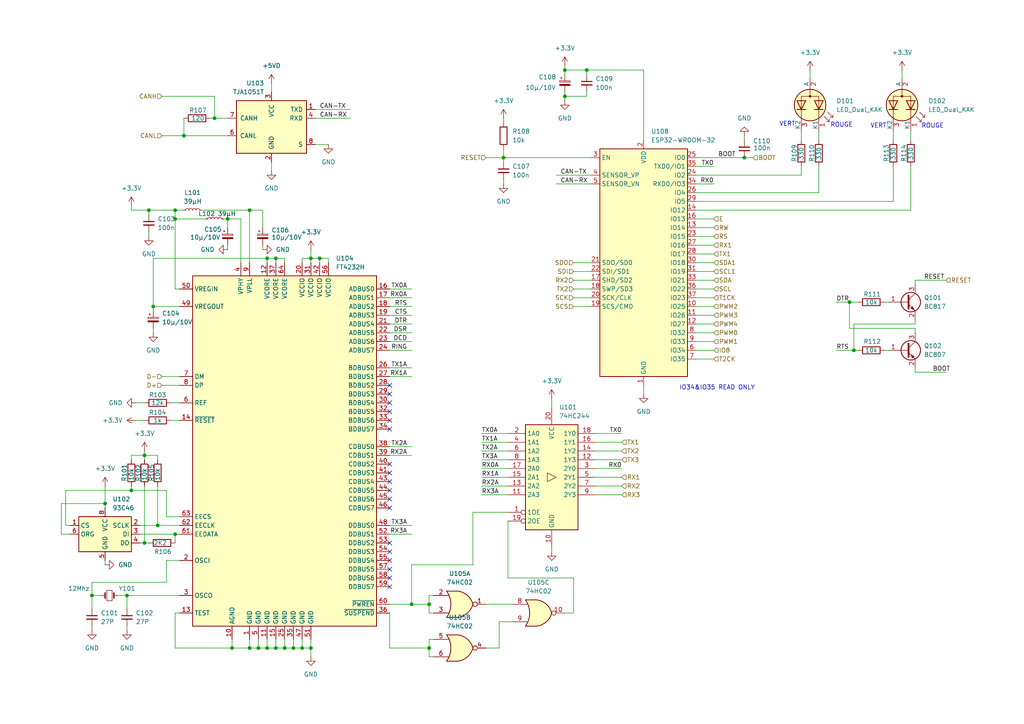
<source format=kicad_sch>
(kicad_sch (version 20250114) (generator "eeschema") (generator_version "9.0")
  (paper "A4")
  (title_block (title "UART") (date "2025-09-17") (rev "V0.3") (company "CMOS-74A"))
  (text "VERT" (at 228.346 36.068 0) (effects (font (size 1.27 1.27))))
  (text "ROUGE" (at 244.094 36.322 0) (effects (font (size 1.27 1.27))))
  (text "IO34&IO35 READ ONLY" (at 208.026 112.522 0) (effects (font (size 1.27 1.27))))
  (text "VERT" (at 254.762 36.576 0) (effects (font (size 1.27 1.27))))
  (text "ROUGE" (at 270.51 36.576 0) (effects (font (size 1.27 1.27))))
  (junction (at 90.17 187.96))
  (junction (at 50.8 63.5))
  (junction (at 124.46 187.96))
  (junction (at 62.23 34.29))
  (junction (at 80.01 187.96))
  (junction (at 124.46 175.26))
  (junction (at 82.55 187.96))
  (junction (at 43.18 60.96))
  (junction (at 80.01 74.93))
  (junction (at 38.1 142.24))
  (junction (at 90.17 74.93))
  (junction (at 72.39 187.96))
  (junction (at 246.38 87.63))
  (junction (at 26.67 172.72))
  (junction (at 36.83 172.72))
  (junction (at 74.93 187.96))
  (junction (at 53.34 39.37))
  (junction (at 50.8 154.94))
  (junction (at 215.9 45.72))
  (junction (at 146.05 45.72))
  (junction (at 85.09 187.96))
  (junction (at 119.38 175.26))
  (junction (at 72.39 60.96))
  (junction (at 87.63 187.96))
  (junction (at 163.83 27.94))
  (junction (at 41.91 132.08))
  (junction (at 30.48 146.05))
  (junction (at 44.45 88.9))
  (junction (at 67.31 187.96))
  (junction (at 170.18 20.32))
  (junction (at 163.83 20.32))
  (junction (at 41.91 157.48))
  (junction (at 77.47 74.93))
  (junction (at 66.04 63.5))
  (junction (at 77.47 187.96))
  (junction (at 45.72 152.4))
  (junction (at 247.65 101.6))
  (junction (at 50.8 60.96))
  (junction (at 92.71 74.93))
  (no_connect (at 113.03 147.32))
  (no_connect (at 113.03 111.76))
  (no_connect (at 113.03 119.38))
  (no_connect (at 113.03 167.64))
  (no_connect (at 113.03 139.7))
  (no_connect (at 113.03 162.56))
  (no_connect (at 113.03 165.1))
  (no_connect (at 113.03 170.18))
  (no_connect (at 113.03 116.84))
  (no_connect (at 113.03 134.62))
  (no_connect (at 113.03 144.78))
  (no_connect (at 113.03 137.16))
  (no_connect (at 113.03 160.02))
  (no_connect (at 113.03 157.48))
  (no_connect (at 113.03 114.3))
  (no_connect (at 113.03 124.46))
  (no_connect (at 113.03 121.92))
  (no_connect (at 113.03 142.24))
  (wire (pts (xy 170.18 27.94) (xy 170.18 26.67)))
  (wire (pts (xy 186.69 111.76) (xy 186.69 114.3)))
  (wire (pts (xy 172.72 125.73) (xy 180.34 125.73)))
  (wire (pts (xy 41.91 132.08) (xy 38.1 132.08)))
  (wire (pts (xy 265.43 107.95) (xy 274.32 107.95)))
  (wire (pts (xy 113.03 187.96) (xy 124.46 187.96)))
  (wire (pts (xy 124.46 187.96) (xy 124.46 185.42)))
  (wire (pts (xy 44.45 88.9) (xy 44.45 74.93)))
  (wire (pts (xy 19.05 152.4) (xy 19.05 142.24)))
  (wire (pts (xy 113.03 132.08) (xy 119.38 132.08)))
  (wire (pts (xy 139.7 133.35) (xy 147.32 133.35)))
  (wire (pts (xy 36.83 172.72) (xy 36.83 176.53)))
  (wire (pts (xy 163.83 19.05) (xy 163.83 20.32)))
  (wire (pts (xy 172.72 133.35) (xy 180.34 133.35)))
  (wire (pts (xy 201.93 53.34) (xy 207.01 53.34)))
  (wire (pts (xy 17.78 146.05) (xy 30.48 146.05)))
  (wire (pts (xy 186.69 20.32) (xy 186.69 40.64)))
  (wire (pts (xy 259.08 58.42) (xy 259.08 48.26)))
  (wire (pts (xy 80.01 187.96) (xy 77.47 187.96)))
  (wire (pts (xy 82.55 187.96) (xy 80.01 187.96)))
  (wire (pts (xy 78.74 24.13) (xy 78.74 26.67)))
  (wire (pts (xy 78.74 46.99) (xy 78.74 49.53)))
  (wire (pts (xy 201.93 81.28) (xy 207.01 81.28)))
  (wire (pts (xy 76.2 60.96) (xy 76.2 66.04)))
  (wire (pts (xy 60.96 34.29) (xy 62.23 34.29)))
  (wire (pts (xy 166.37 167.64) (xy 166.37 177.8)))
  (wire (pts (xy 201.93 101.6) (xy 207.01 101.6)))
  (wire (pts (xy 39.37 121.92) (xy 41.91 121.92)))
  (wire (pts (xy 43.18 60.96) (xy 43.18 62.23)))
  (wire (pts (xy 172.72 130.81) (xy 180.34 130.81)))
  (wire (pts (xy 113.03 106.68) (xy 119.38 106.68)))
  (wire (pts (xy 137.16 148.59) (xy 137.16 163.83)))
  (wire (pts (xy 201.93 78.74) (xy 207.01 78.74)))
  (wire (pts (xy 90.17 187.96) (xy 87.63 187.96)))
  (wire (pts (xy 41.91 157.48) (xy 43.18 157.48)))
  (wire (pts (xy 119.38 163.83) (xy 119.38 175.26)))
  (wire (pts (xy 91.44 34.29) (xy 101.6 34.29)))
  (wire (pts (xy 87.63 76.2) (xy 87.63 74.93)))
  (wire (pts (xy 201.93 99.06) (xy 207.01 99.06)))
  (wire (pts (xy 265.43 96.52) (xy 265.43 95.25)))
  (wire (pts (xy 45.72 132.08) (xy 41.91 132.08)))
  (wire (pts (xy 201.93 55.88) (xy 237.49 55.88)))
  (wire (pts (xy 87.63 74.93) (xy 90.17 74.93)))
  (wire (pts (xy 113.03 83.82) (xy 119.38 83.82)))
  (wire (pts (xy 36.83 172.72) (xy 52.07 172.72)))
  (wire (pts (xy 139.7 130.81) (xy 147.32 130.81)))
  (wire (pts (xy 160.02 115.57) (xy 160.02 118.11)))
  (wire (pts (xy 41.91 140.97) (xy 41.91 157.48)))
  (wire (pts (xy 85.09 187.96) (xy 82.55 187.96)))
  (wire (pts (xy 50.8 60.96) (xy 53.34 60.96)))
  (wire (pts (xy 201.93 86.36) (xy 207.01 86.36)))
  (wire (pts (xy 124.46 175.26) (xy 124.46 172.72)))
  (wire (pts (xy 201.93 48.26) (xy 207.01 48.26)))
  (wire (pts (xy 139.7 138.43) (xy 147.32 138.43)))
  (wire (pts (xy 256.54 87.63) (xy 257.81 87.63)))
  (wire (pts (xy 246.38 87.63) (xy 248.92 87.63)))
  (wire (pts (xy 201.93 63.5) (xy 207.01 63.5)))
  (wire (pts (xy 163.83 26.67) (xy 163.83 27.94)))
  (wire (pts (xy 50.8 154.94) (xy 50.8 157.48)))
  (wire (pts (xy 49.53 116.84) (xy 52.07 116.84)))
  (wire (pts (xy 161.29 50.8) (xy 171.45 50.8)))
  (wire (pts (xy 43.18 60.96) (xy 50.8 60.96)))
  (wire (pts (xy 113.03 175.26) (xy 119.38 175.26)))
  (wire (pts (xy 45.72 140.97) (xy 45.72 152.4)))
  (wire (pts (xy 26.67 181.61) (xy 26.67 182.88)))
  (wire (pts (xy 265.43 93.98) (xy 247.65 93.98)))
  (wire (pts (xy 161.29 53.34) (xy 171.45 53.34)))
  (wire (pts (xy 113.03 88.9) (xy 119.38 88.9)))
  (wire (pts (xy 146.05 46.99) (xy 146.05 45.72)))
  (wire (pts (xy 20.32 154.94) (xy 17.78 154.94)))
  (wire (pts (xy 201.93 60.96) (xy 264.16 60.96)))
  (wire (pts (xy 38.1 59.69) (xy 38.1 60.96)))
  (wire (pts (xy 147.32 167.64) (xy 166.37 167.64)))
  (wire (pts (xy 58.42 60.96) (xy 72.39 60.96)))
  (wire (pts (xy 172.72 143.51) (xy 180.34 143.51)))
  (wire (pts (xy 26.67 168.91) (xy 26.67 172.72)))
  (wire (pts (xy 172.72 128.27) (xy 180.34 128.27)))
  (wire (pts (xy 40.64 154.94) (xy 50.8 154.94)))
  (wire (pts (xy 125.73 190.5) (xy 124.46 190.5)))
  (wire (pts (xy 247.65 101.6) (xy 248.92 101.6)))
  (wire (pts (xy 80.01 185.42) (xy 80.01 187.96)))
  (wire (pts (xy 163.83 20.32) (xy 170.18 20.32)))
  (wire (pts (xy 82.55 74.93) (xy 82.55 76.2)))
  (wire (pts (xy 170.18 20.32) (xy 170.18 21.59)))
  (wire (pts (xy 146.05 53.34) (xy 146.05 52.07)))
  (wire (pts (xy 113.03 129.54) (xy 119.38 129.54)))
  (wire (pts (xy 38.1 142.24) (xy 48.26 142.24)))
  (wire (pts (xy 113.03 91.44) (xy 119.38 91.44)))
  (wire (pts (xy 95.25 74.93) (xy 95.25 76.2)))
  (wire (pts (xy 43.18 67.31) (xy 43.18 68.58)))
  (wire (pts (xy 46.99 111.76) (xy 52.07 111.76)))
  (wire (pts (xy 124.46 190.5) (xy 124.46 187.96)))
  (wire (pts (xy 147.32 148.59) (xy 137.16 148.59)))
  (wire (pts (xy 50.8 177.8) (xy 50.8 187.96)))
  (wire (pts (xy 40.64 152.4) (xy 45.72 152.4)))
  (wire (pts (xy 30.48 146.05) (xy 30.48 147.32)))
  (wire (pts (xy 113.03 93.98) (xy 119.38 93.98)))
  (wire (pts (xy 90.17 74.93) (xy 90.17 76.2)))
  (wire (pts (xy 66.04 63.5) (xy 66.04 66.04)))
  (wire (pts (xy 74.93 185.42) (xy 74.93 187.96)))
  (wire (pts (xy 17.78 154.94) (xy 17.78 146.05)))
  (wire (pts (xy 259.08 38.1) (xy 259.08 40.64)))
  (wire (pts (xy 265.43 95.25) (xy 246.38 95.25)))
  (wire (pts (xy 34.29 172.72) (xy 36.83 172.72)))
  (wire (pts (xy 265.43 92.71) (xy 265.43 93.98)))
  (wire (pts (xy 265.43 82.55) (xy 265.43 81.28)))
  (wire (pts (xy 172.72 140.97) (xy 180.34 140.97)))
  (wire (pts (xy 80.01 74.93) (xy 82.55 74.93)))
  (wire (pts (xy 237.49 38.1) (xy 237.49 40.64)))
  (wire (pts (xy 140.97 45.72) (xy 146.05 45.72)))
  (wire (pts (xy 139.7 125.73) (xy 147.32 125.73)))
  (wire (pts (xy 50.8 154.94) (xy 52.07 154.94)))
  (wire (pts (xy 201.93 83.82) (xy 207.01 83.82)))
  (wire (pts (xy 48.26 162.56) (xy 48.26 168.91)))
  (wire (pts (xy 72.39 187.96) (xy 67.31 187.96)))
  (wire (pts (xy 82.55 185.42) (xy 82.55 187.96)))
  (wire (pts (xy 44.45 95.25) (xy 44.45 96.52)))
  (wire (pts (xy 124.46 175.26) (xy 124.46 177.8)))
  (wire (pts (xy 264.16 60.96) (xy 264.16 48.26)))
  (wire (pts (xy 201.93 93.98) (xy 207.01 93.98)))
  (wire (pts (xy 119.38 175.26) (xy 124.46 175.26)))
  (wire (pts (xy 80.01 74.93) (xy 80.01 76.2)))
  (wire (pts (xy 30.48 162.56) (xy 30.48 163.83)))
  (wire (pts (xy 144.78 187.96) (xy 144.78 180.34)))
  (wire (pts (xy 201.93 96.52) (xy 207.01 96.52)))
  (wire (pts (xy 44.45 74.93) (xy 77.47 74.93)))
  (wire (pts (xy 124.46 185.42) (xy 125.73 185.42)))
  (wire (pts (xy 215.9 40.64) (xy 215.9 39.37)))
  (wire (pts (xy 72.39 60.96) (xy 76.2 60.96)))
  (wire (pts (xy 46.99 27.94) (xy 62.23 27.94)))
  (wire (pts (xy 90.17 72.39) (xy 90.17 74.93)))
  (wire (pts (xy 72.39 185.42) (xy 72.39 187.96)))
  (wire (pts (xy 48.26 142.24) (xy 48.26 149.86)))
  (wire (pts (xy 124.46 172.72) (xy 125.73 172.72)))
  (wire (pts (xy 77.47 74.93) (xy 80.01 74.93)))
  (wire (pts (xy 201.93 68.58) (xy 207.01 68.58)))
  (wire (pts (xy 256.54 101.6) (xy 257.81 101.6)))
  (wire (pts (xy 26.67 172.72) (xy 29.21 172.72)))
  (wire (pts (xy 85.09 185.42) (xy 85.09 187.96)))
  (wire (pts (xy 242.57 87.63) (xy 246.38 87.63)))
  (wire (pts (xy 166.37 81.28) (xy 171.45 81.28)))
  (wire (pts (xy 201.93 50.8) (xy 232.41 50.8)))
  (wire (pts (xy 170.18 20.32) (xy 186.69 20.32)))
  (wire (pts (xy 146.05 43.18) (xy 146.05 45.72)))
  (wire (pts (xy 265.43 106.68) (xy 265.43 107.95)))
  (wire (pts (xy 201.93 71.12) (xy 207.01 71.12)))
  (wire (pts (xy 41.91 132.08) (xy 41.91 133.35)))
  (wire (pts (xy 201.93 66.04) (xy 207.01 66.04)))
  (wire (pts (xy 146.05 34.29) (xy 146.05 35.56)))
  (wire (pts (xy 92.71 74.93) (xy 92.71 76.2)))
  (wire (pts (xy 166.37 86.36) (xy 171.45 86.36)))
  (wire (pts (xy 26.67 172.72) (xy 26.67 176.53)))
  (wire (pts (xy 146.05 45.72) (xy 171.45 45.72)))
  (wire (pts (xy 91.44 41.91) (xy 95.25 41.91)))
  (wire (pts (xy 39.37 116.84) (xy 41.91 116.84)))
  (wire (pts (xy 45.72 152.4) (xy 52.07 152.4)))
  (wire (pts (xy 40.64 157.48) (xy 41.91 157.48)))
  (wire (pts (xy 113.03 86.36) (xy 119.38 86.36)))
  (wire (pts (xy 113.03 152.4) (xy 119.38 152.4)))
  (wire (pts (xy 77.47 187.96) (xy 74.93 187.96)))
  (wire (pts (xy 53.34 39.37) (xy 66.04 39.37)))
  (wire (pts (xy 92.71 74.93) (xy 95.25 74.93)))
  (wire (pts (xy 62.23 34.29) (xy 62.23 27.94)))
  (wire (pts (xy 50.8 63.5) (xy 50.8 60.96)))
  (wire (pts (xy 67.31 185.42) (xy 67.31 187.96)))
  (wire (pts (xy 113.03 99.06) (xy 119.38 99.06)))
  (wire (pts (xy 38.1 140.97) (xy 38.1 142.24)))
  (wire (pts (xy 44.45 88.9) (xy 44.45 90.17)))
  (wire (pts (xy 264.16 38.1) (xy 264.16 40.64)))
  (wire (pts (xy 140.97 187.96) (xy 144.78 187.96)))
  (wire (pts (xy 201.93 58.42) (xy 259.08 58.42)))
  (wire (pts (xy 215.9 45.72) (xy 218.44 45.72)))
  (wire (pts (xy 66.04 71.12) (xy 66.04 72.39)))
  (wire (pts (xy 232.41 50.8) (xy 232.41 48.26)))
  (wire (pts (xy 139.7 143.51) (xy 147.32 143.51)))
  (wire (pts (xy 77.47 185.42) (xy 77.47 187.96)))
  (wire (pts (xy 77.47 74.93) (xy 77.47 76.2)))
  (wire (pts (xy 163.83 177.8) (xy 166.37 177.8)))
  (wire (pts (xy 172.72 135.89) (xy 180.34 135.89)))
  (wire (pts (xy 41.91 130.81) (xy 41.91 132.08)))
  (wire (pts (xy 50.8 83.82) (xy 50.8 63.5)))
  (wire (pts (xy 139.7 128.27) (xy 147.32 128.27)))
  (wire (pts (xy 166.37 78.74) (xy 171.45 78.74)))
  (wire (pts (xy 147.32 151.13) (xy 147.32 167.64)))
  (wire (pts (xy 76.2 71.12) (xy 76.2 72.39)))
  (wire (pts (xy 265.43 81.28) (xy 274.32 81.28)))
  (wire (pts (xy 87.63 185.42) (xy 87.63 187.96)))
  (wire (pts (xy 144.78 180.34) (xy 148.59 180.34)))
  (wire (pts (xy 38.1 132.08) (xy 38.1 133.35)))
  (wire (pts (xy 38.1 60.96) (xy 43.18 60.96)))
  (wire (pts (xy 137.16 163.83) (xy 119.38 163.83)))
  (wire (pts (xy 201.93 88.9) (xy 207.01 88.9)))
  (wire (pts (xy 52.07 177.8) (xy 50.8 177.8)))
  (wire (pts (xy 91.44 31.75) (xy 101.6 31.75)))
  (wire (pts (xy 50.8 187.96) (xy 67.31 187.96)))
  (wire (pts (xy 113.03 109.22) (xy 119.38 109.22)))
  (wire (pts (xy 46.99 109.22) (xy 52.07 109.22)))
  (wire (pts (xy 72.39 60.96) (xy 72.39 76.2)))
  (wire (pts (xy 139.7 135.89) (xy 147.32 135.89)))
  (wire (pts (xy 90.17 185.42) (xy 90.17 187.96)))
  (wire (pts (xy 247.65 93.98) (xy 247.65 101.6)))
  (wire (pts (xy 48.26 168.91) (xy 26.67 168.91)))
  (wire (pts (xy 246.38 95.25) (xy 246.38 87.63)))
  (wire (pts (xy 237.49 55.88) (xy 237.49 48.26)))
  (wire (pts (xy 69.85 63.5) (xy 69.85 76.2)))
  (wire (pts (xy 20.32 152.4) (xy 19.05 152.4)))
  (wire (pts (xy 140.97 175.26) (xy 148.59 175.26)))
  (wire (pts (xy 50.8 63.5) (xy 59.69 63.5)))
  (wire (pts (xy 49.53 121.92) (xy 52.07 121.92)))
  (wire (pts (xy 261.62 20.32) (xy 261.62 22.86)))
  (wire (pts (xy 113.03 101.6) (xy 119.38 101.6)))
  (wire (pts (xy 87.63 187.96) (xy 85.09 187.96)))
  (wire (pts (xy 163.83 20.32) (xy 163.83 21.59)))
  (wire (pts (xy 163.83 27.94) (xy 170.18 27.94)))
  (wire (pts (xy 52.07 162.56) (xy 48.26 162.56)))
  (wire (pts (xy 201.93 91.44) (xy 207.01 91.44)))
  (wire (pts (xy 201.93 76.2) (xy 207.01 76.2)))
  (wire (pts (xy 139.7 140.97) (xy 147.32 140.97)))
  (wire (pts (xy 66.04 63.5) (xy 69.85 63.5)))
  (wire (pts (xy 113.03 96.52) (xy 119.38 96.52)))
  (wire (pts (xy 53.34 34.29) (xy 53.34 39.37)))
  (wire (pts (xy 90.17 74.93) (xy 92.71 74.93)))
  (wire (pts (xy 124.46 177.8) (xy 125.73 177.8)))
  (wire (pts (xy 36.83 181.61) (xy 36.83 182.88)))
  (wire (pts (xy 172.72 138.43) (xy 180.34 138.43)))
  (wire (pts (xy 46.99 39.37) (xy 53.34 39.37)))
  (wire (pts (xy 48.26 149.86) (xy 52.07 149.86)))
  (wire (pts (xy 90.17 187.96) (xy 90.17 190.5)))
  (wire (pts (xy 166.37 76.2) (xy 171.45 76.2)))
  (wire (pts (xy 201.93 104.14) (xy 207.01 104.14)))
  (wire (pts (xy 232.41 38.1) (xy 232.41 40.64)))
  (wire (pts (xy 201.93 73.66) (xy 207.01 73.66)))
  (wire (pts (xy 19.05 142.24) (xy 38.1 142.24)))
  (wire (pts (xy 163.83 27.94) (xy 163.83 29.21)))
  (wire (pts (xy 45.72 133.35) (xy 45.72 132.08)))
  (wire (pts (xy 166.37 83.82) (xy 171.45 83.82)))
  (wire (pts (xy 113.03 177.8) (xy 113.03 187.96)))
  (wire (pts (xy 52.07 83.82) (xy 50.8 83.82)))
  (wire (pts (xy 166.37 88.9) (xy 171.45 88.9)))
  (wire (pts (xy 201.93 45.72) (xy 215.9 45.72)))
  (wire (pts (xy 160.02 158.75) (xy 160.02 160.02)))
  (wire (pts (xy 64.77 63.5) (xy 66.04 63.5)))
  (wire (pts (xy 62.23 34.29) (xy 66.04 34.29)))
  (wire (pts (xy 44.45 88.9) (xy 52.07 88.9)))
  (wire (pts (xy 242.57 101.6) (xy 247.65 101.6)))
  (wire (pts (xy 74.93 187.96) (xy 72.39 187.96)))
  (wire (pts (xy 30.48 140.97) (xy 30.48 146.05)))
  (wire (pts (xy 113.03 154.94) (xy 119.38 154.94)))
  (wire (pts (xy 234.95 20.32) (xy 234.95 22.86)))
  (label "TX2A" (at 118.11 129.54 180))
  (label "RX0" (at 207.01 53.34 180))
  (label "CTS" (at 118.11 91.44 180))
  (label "RTS" (at 242.57 101.6 0))
  (label "DCD" (at 118.11 99.06 180))
  (label "TX2A" (at 139.7 130.81 0))
  (label "TX0" (at 180.34 125.73 180))
  (label "BOOT" (at 208.28 45.72 0))
  (label "RING" (at 118.11 101.6 180))
  (label "TX0A" (at 118.11 83.82 180))
  (label "TX1A" (at 118.11 106.68 180))
  (label "RX2A" (at 139.7 140.97 0))
  (label "RX3A" (at 139.7 143.51 0))
  (label "TX1A" (at 139.7 128.27 0))
  (label "RX0A" (at 118.11 86.36 180))
  (label "TX3A" (at 118.11 152.4 180))
  (label "RX1A" (at 118.11 109.22 180))
  (label "CAN-TX" (at 162.56 50.8 0))
  (label "RTS" (at 118.11 88.9 180))
  (label "DSR" (at 118.11 96.52 180))
  (label "TX0" (at 207.01 48.26 180))
  (label "BOOT" (at 270.51 107.95 0))
  (label "RX0A" (at 139.7 135.89 0))
  (label "TX3A" (at 139.7 133.35 0))
  (label "CAN-TX" (at 92.71 31.75 0))
  (label "DTR" (at 118.11 93.98 180))
  (label "RX1A" (at 139.7 138.43 0))
  (label "RX2A" (at 118.11 132.08 180))
  (label "RX0" (at 180.34 135.89 180))
  (label "DTR" (at 242.57 87.63 0))
  (label "RESET" (at 267.97 81.28 0))
  (label "TX0A" (at 139.7 125.73 0))
  (label "CAN-RX" (at 92.71 34.29 0))
  (label "CAN-RX" (at 162.56 53.34 0))
  (label "RX3A" (at 118.11 154.94 180))
  (hierarchical_label "BOOT" (shape input) (at 218.44 45.72 0))
  (hierarchical_label "IO8" (shape input) (at 207.01 101.6 0))
  (hierarchical_label "RX1" (shape input) (at 207.01 71.12 0))
  (hierarchical_label "RW" (shape input) (at 207.01 66.04 0))
  (hierarchical_label "TX1" (shape input) (at 207.01 73.66 0))
  (hierarchical_label "CANH" (shape input) (at 46.99 27.94 180))
  (hierarchical_label "D-" (shape input) (at 46.99 109.22 180))
  (hierarchical_label "PWM0" (shape input) (at 207.01 96.52 0))
  (hierarchical_label "CANL" (shape input) (at 46.99 39.37 180))
  (hierarchical_label "E" (shape input) (at 207.01 63.5 0))
  (hierarchical_label "T2CK" (shape input) (at 207.01 104.14 0))
  (hierarchical_label "RESET" (shape input) (at 274.32 81.28 0))
  (hierarchical_label "SDI" (shape input) (at 166.37 78.74 180))
  (hierarchical_label "PWM1" (shape input) (at 207.01 99.06 0))
  (hierarchical_label "RX3" (shape input) (at 180.34 143.51 0))
  (hierarchical_label "SCS" (shape input) (at 166.37 88.9 180))
  (hierarchical_label "TX3" (shape input) (at 180.34 133.35 0))
  (hierarchical_label "SDA1" (shape input) (at 207.01 76.2 0))
  (hierarchical_label "SCL1" (shape input) (at 207.01 78.74 0))
  (hierarchical_label "RX2" (shape input) (at 166.37 81.28 180))
  (hierarchical_label "PWM2" (shape input) (at 207.01 88.9 0))
  (hierarchical_label "RS" (shape input) (at 207.01 68.58 0))
  (hierarchical_label "SDA" (shape input) (at 207.01 81.28 0))
  (hierarchical_label "RX1" (shape input) (at 180.34 138.43 0))
  (hierarchical_label "RESET" (shape input) (at 140.97 45.72 180))
  (hierarchical_label "RX2" (shape input) (at 180.34 140.97 0))
  (hierarchical_label "D+" (shape input) (at 46.99 111.76 180))
  (hierarchical_label "PWM4" (shape input) (at 207.01 93.98 0))
  (hierarchical_label "TX2" (shape input) (at 180.34 130.81 0))
  (hierarchical_label "PWM3" (shape input) (at 207.01 91.44 0))
  (hierarchical_label "T1CK" (shape input) (at 207.01 86.36 0))
  (hierarchical_label "TX2" (shape input) (at 166.37 83.82 180))
  (hierarchical_label "TX1" (shape input) (at 180.34 128.27 0))
  (hierarchical_label "SCL" (shape input) (at 207.01 83.82 0))
  (hierarchical_label "SCK" (shape input) (at 166.37 86.36 180))
  (hierarchical_label "SDO" (shape input) (at 166.37 76.2 180))
  (symbol (lib_id "power:GND") (at 39.37 116.84 270) (unit 1)
    (property "Reference" "#PWR0114" (effects (hide yes)))
    (property "Value" "GND" (at 35.56 116.8399 90) (effects (justify right)))
    (property "Description" "Power symbol creates a global label with name \"GND\" , ground" (effects (hide yes)))
  )
  (symbol (lib_id "power:+3.3V") (at 30.48 140.97 0) (unit 1)
    (property "Reference" "#PWR0121" (effects (hide yes)))
    (property "Value" "+3.3V" (at 30.48 135.89 0))
    (property "Description" "Power symbol creates a global label with name \"+3.3V\"" (effects (hide yes)))
  )
  (symbol (lib_id "Device:R") (at 252.73 87.63 90) (unit 1)
    (property "Reference" "R111" (at 252.984 85.344 90))
    (property "Value" "10k" (at 252.73 87.63 90))
    (property "Footprint" "Resistor_SMD:R_0603_1608Metric" (effects (hide yes)))
    (property "Description" "Resistor" (effects (hide yes)))
  )
  (symbol (lib_id "power:+3.3V") (at 146.05 34.29 0) (unit 1)
    (property "Reference" "#PWR0103" (effects (hide yes)))
    (property "Value" "+3.3V" (at 146.05 29.21 0))
    (property "Description" "Power symbol creates a global label with name \"+3.3V\"" (effects (hide yes)))
  )
  (symbol (lib_id "power:+3.3V") (at 90.17 72.39 0) (unit 1)
    (property "Reference" "#PWR0105" (effects (hide yes)))
    (property "Value" "+3.3V" (at 90.17 67.31 0))
    (property "Description" "Power symbol creates a global label with name \"+3.3V\"" (effects (hide yes)))
  )
  (symbol (lib_id "Device:C_Small") (at 43.18 64.77 0) (unit 1)
    (property "Reference" "C103" (at 45.72 63.5062 0) (effects (justify left)))
    (property "Value" "100n" (at 45.72 66.0462 0) (effects (justify left)))
    (property "Footprint" "Capacitor_SMD:C_0603_1608Metric_Pad1.08x0.95mm_HandSolder" (effects (hide yes)))
    (property "Description" "Unpolarized capacitor, small symbol" (effects (hide yes)))
  )
  (symbol (lib_id "Device:R") (at 232.41 44.45 0) (unit 1)
    (property "Reference" "R109" (at 230.378 46.99 90) (effects (justify left)))
    (property "Value" "330" (at 232.41 46.482 90) (effects (justify left)))
    (property "Footprint" "Resistor_SMD:R_0603_1608Metric" (effects (hide yes)))
    (property "Description" "Resistor" (effects (hide yes)))
  )
  (symbol (lib_id "power:+3.3V") (at 163.83 19.05 0) (unit 1)
    (property "Reference" "#PWR0122" (effects (hide yes)))
    (property "Value" "+3.3V" (at 163.83 13.97 0))
    (property "Description" "Power symbol creates a global label with name \"+3.3V\"" (effects (hide yes)))
  )
  (symbol (lib_id "Device:C_Polarized_Small") (at 76.2 68.58 0) (unit 1)
    (property "Reference" "C106" (at 78.74 66.7638 0) (effects (justify left)))
    (property "Value" "10µ/10V" (at 78.74 68.834 0) (effects (justify left)))
    (property "Footprint" "Capacitor_Tantalum_SMD:CP_EIA-3216-12_Kemet-S_HandSolder" (effects (hide yes)))
    (property "Description" "Polarized capacitor, small symbol" (effects (hide yes)))
  )
  (symbol (lib_id "Device:R") (at 45.72 137.16 0) (unit 1)
    (property "Reference" "R105" (at 43.942 139.7 90) (effects (justify left)))
    (property "Value" "10k" (at 45.72 139.446 90) (effects (justify left)))
    (property "Footprint" "Resistor_SMD:R_0603_1608Metric_Pad0.98x0.95mm_HandSolder" (effects (hide yes)))
    (property "Description" "Resistor" (effects (hide yes)))
  )
  (symbol (lib_id "Device:C_Small") (at 146.05 49.53 0) (unit 1)
    (property "Reference" "C107" (at 148.59 48.2662 0) (effects (justify left)))
    (property "Value" "100n" (at 148.59 50.8062 0) (effects (justify left)))
    (property "Footprint" "Capacitor_SMD:C_0603_1608Metric" (effects (hide yes)))
    (property "Description" "Unpolarized capacitor, small symbol" (effects (hide yes)))
  )
  (symbol (lib_id "Device:L_Small") (at 55.88 60.96 90) (unit 1)
    (property "Reference" "L101" (at 55.88 55.88 90))
    (property "Value" "39µH" (at 55.88 58.42 90))
    (property "Footprint" "Capacitor_SMD:C_2220_5750Metric" (effects (hide yes)))
    (property "Description" "Inductor, small symbol" (effects (hide yes)))
  )
  (symbol (lib_id "Device:C_Polarized_Small") (at 163.83 24.13 0) (unit 1)
    (property "Reference" "C108" (at 156.21 22.352 0) (effects (justify left)))
    (property "Value" "10µ/10V" (at 152.4 25.4 0) (effects (justify left)))
    (property "Footprint" "Capacitor_Tantalum_SMD:CP_EIA-3216-10_Kemet-I" (effects (hide yes)))
    (property "Description" "Polarized capacitor, small symbol" (effects (hide yes)))
  )
  (symbol (lib_id "power:GND") (at 43.18 68.58 0) (unit 1)
    (property "Reference" "#PWR0120" (effects (hide yes)))
    (property "Value" "GND" (at 43.18 73.66 0))
    (property "Description" "Power symbol creates a global label with name \"GND\" , ground" (effects (hide yes)))
  )
  (symbol (lib_id "Device:LED_Dual_KAK") (at 261.62 30.48 270) (unit 1)
    (property "Reference" "D102" (at 269.24 29.2734 90) (effects (justify left)))
    (property "Value" "LED_Dual_KAK" (at 269.24 31.8134 90) (effects (justify left)))
    (property "Footprint" "LED_SMD:LED_Kingbright_KPA-3010_3x2x1mm" (effects (hide yes)))
    (property "Description" "Dual LED, common anode on pin 2" (effects (hide yes)))
  )
  (symbol (lib_id "Transistor_BJT:BC807") (at 262.89 101.6 0) (unit 1)
    (property "Reference" "Q102" (at 267.97 100.3299 0) (effects (justify left)))
    (property "Value" "BC807" (at 267.97 102.8699 0) (effects (justify left)))
    (property "Footprint" "Package_TO_SOT_SMD:SOT-23" (effects (hide yes)))
    (property "Datasheet" "https://www.onsemi.com/pub/Collateral/BC808-D.pdf" (effects (hide yes)))
    (property "Description" "0.8A Ic, 45V Vce, PNP Transistor, SOT-23" (effects (hide yes)))
  )
  (symbol (lib_id "74xx:74HC02") (at 156.21 177.8 0) (unit 3)
    (property "Reference" "U105" (at 156.21 168.91 0))
    (property "Value" "74HC02" (at 156.21 171.45 0))
    (property "Footprint" "Package_SO:SOIC-14_3.9x8.7mm_P1.27mm" (effects (hide yes)))
    (property "Datasheet" "http://www.ti.com/lit/gpn/sn74hc02" (effects (hide yes)))
    (property "Description" "quad 2-input NOR gate" (effects (hide yes)))
  )
  (symbol (lib_id "power:+3.3V") (at 38.1 59.69 0) (unit 1)
    (property "Reference" "#PWR0119" (effects (hide yes)))
    (property "Value" "+3.3V" (at 38.1 54.61 0))
    (property "Description" "Power symbol creates a global label with name \"+3.3V\"" (effects (hide yes)))
  )
  (symbol (lib_id "power:GND") (at 26.67 182.88 0) (unit 1)
    (property "Reference" "#PWR0109" (effects (hide yes)))
    (property "Value" "GND" (at 26.67 187.96 0))
    (property "Description" "Power symbol creates a global label with name \"GND\" , ground" (effects (hide yes)))
  )
  (symbol (lib_id "Device:R") (at 41.91 137.16 0) (unit 1)
    (property "Reference" "R102" (at 40.132 139.7 90) (effects (justify left)))
    (property "Value" "10k" (at 41.91 139.446 90) (effects (justify left)))
    (property "Footprint" "Resistor_SMD:R_0603_1608Metric_Pad0.98x0.95mm_HandSolder" (effects (hide yes)))
    (property "Description" "Resistor" (effects (hide yes)))
  )
  (symbol (lib_id "Device:Crystal_Small") (at 31.75 172.72 0) (unit 1)
    (property "Reference" "Y101" (at 36.83 170.688 0))
    (property "Value" "12Mhz" (at 22.86 170.688 0))
    (property "Footprint" "Crystal:Crystal_HC49-U_Vertical" (effects (hide yes)))
    (property "Description" "Two pin crystal, small symbol" (effects (hide yes)))
  )
  (symbol (lib_id "Device:R") (at 38.1 137.16 0) (unit 1)
    (property "Reference" "R101" (at 36.068 139.7 90) (effects (justify left)))
    (property "Value" "10k" (at 38.1 139.446 90) (effects (justify left)))
    (property "Footprint" "Resistor_SMD:R_0603_1608Metric_Pad0.98x0.95mm_HandSolder" (effects (hide yes)))
    (property "Description" "Resistor" (effects (hide yes)))
  )
  (symbol (lib_id "Interface_USB:FT4232H") (at 82.55 132.08 0) (unit 1)
    (property "Reference" "U104" (at 97.3933 74.93 0) (effects (justify left)))
    (property "Value" "FT4232H" (at 97.3933 77.47 0) (effects (justify left)))
    (property "Footprint" "Package_QFP:LQFP-64_10x10mm_P0.5mm" (effects (hide yes)))
    (property "Datasheet" "https://www.ftdichip.com/Support/Documents/DataSheets/ICs/DS_FT4232H.pdf" (effects (hide yes)))
    (property "Description" "Hi Speed Quad Channel USB UART/FIFO, LQFP/QFN-64" (effects (hide yes)))
  )
  (symbol (lib_id "Device:R") (at 57.15 34.29 90) (unit 1)
    (property "Reference" "R107" (at 57.404 32.004 90))
    (property "Value" "120" (at 57.404 34.29 90))
    (property "Footprint" "Resistor_SMD:R_1206_3216Metric" (effects (hide yes)))
    (property "Description" "Resistor" (effects (hide yes)))
  )
  (symbol (lib_id "power:+3.3V") (at 261.62 20.32 0) (unit 1)
    (property "Reference" "#PWR0125" (effects (hide yes)))
    (property "Value" "+3.3V" (at 261.62 15.24 0))
    (property "Description" "Power symbol creates a global label with name \"+3.3V\"" (effects (hide yes)))
  )
  (symbol (lib_id "power:GND") (at 66.04 72.39 270) (unit 1)
    (property "Reference" "#PWR0118" (effects (hide yes)))
    (property "Value" "GND" (at 62.23 72.3899 90) (effects (justify right)))
    (property "Description" "Power symbol creates a global label with name \"GND\" , ground" (effects (hide yes)))
  )
  (symbol (lib_id "Device:C_Small") (at 215.9 43.18 180) (unit 1)
    (property "Reference" "C110" (at 223.52 40.894 0) (effects (justify left)))
    (property "Value" "100n" (at 223.52 42.926 0) (effects (justify left)))
    (property "Footprint" "Capacitor_SMD:C_0603_1608Metric" (effects (hide yes)))
    (property "Description" "Unpolarized capacitor, small symbol" (effects (hide yes)))
  )
  (symbol (lib_id "Device:LED_Dual_KAK") (at 234.95 30.48 270) (unit 1)
    (property "Reference" "D101" (at 242.57 29.2734 90) (effects (justify left)))
    (property "Value" "LED_Dual_KAK" (at 242.57 31.8134 90) (effects (justify left)))
    (property "Footprint" "LED_SMD:LED_Kingbright_KPA-3010_3x2x1mm" (effects (hide yes)))
    (property "Description" "Dual LED, common anode on pin 2" (effects (hide yes)))
  )
  (symbol (lib_id "Device:R") (at 237.49 44.45 0) (unit 1)
    (property "Reference" "R110" (at 235.458 46.99 90) (effects (justify left)))
    (property "Value" "330" (at 237.49 46.482 90) (effects (justify left)))
    (property "Footprint" "Resistor_SMD:R_0603_1608Metric" (effects (hide yes)))
    (property "Description" "Resistor" (effects (hide yes)))
  )
  (symbol (lib_id "Device:L_Small") (at 62.23 63.5 90) (unit 1)
    (property "Reference" "L102" (at 59.944 61.976 90))
    (property "Value" "39µH" (at 65.786 61.976 90))
    (property "Footprint" "Capacitor_SMD:C_2220_5750Metric" (effects (hide yes)))
    (property "Description" "Inductor, small symbol" (effects (hide yes)))
  )
  (symbol (lib_id "Interface_CAN_LIN:TJA1051T") (at 78.74 36.83 0) (mirror y) (unit 1)
    (property "Reference" "U103" (at 76.5967 24.13 0) (effects (justify left)))
    (property "Value" "TJA1051T" (at 76.5967 26.67 0) (effects (justify left)))
    (property "Footprint" "Package_SO:SOIC-8_3.9x4.9mm_P1.27mm" (effects (hide yes)))
    (property "Datasheet" "http://www.nxp.com/docs/en/data-sheet/TJA1051.pdf" (effects (hide yes)))
    (property "Description" "High-Speed CAN Transceiver, silent mode, SOIC-8" (effects (hide yes)))
  )
  (symbol (lib_id "power:GND") (at 95.25 41.91 0) (unit 1)
    (property "Reference" "#PWR0106" (effects (hide yes)))
    (property "Value" "GND" (at 95.25 46.99 0))
    (property "Description" "Power symbol creates a global label with name \"GND\" , ground" (effects (hide yes)))
  )
  (symbol (lib_id "Device:R") (at 146.05 39.37 180) (unit 1)
    (property "Reference" "R108" (at 148.59 38.0999 0) (effects (justify right)))
    (property "Value" "10k" (at 148.59 40.6399 0) (effects (justify right)))
    (property "Footprint" "Resistor_SMD:R_0603_1608Metric" (effects (hide yes)))
    (property "Description" "Resistor" (effects (hide yes)))
  )
  (symbol (lib_id "power:+3.3V") (at 160.02 115.57 0) (unit 1)
    (property "Reference" "#PWR0108" (effects (hide yes)))
    (property "Value" "+3.3V" (at 160.02 110.49 0))
    (property "Description" "Power symbol creates a global label with name \"+3.3V\"" (effects (hide yes)))
  )
  (symbol (lib_id "Device:R") (at 46.99 157.48 90) (unit 1)
    (property "Reference" "R106" (at 47.244 160.02 90))
    (property "Value" "2K2" (at 46.482 157.48 90))
    (property "Footprint" "Resistor_SMD:R_0603_1608Metric_Pad0.98x0.95mm_HandSolder" (effects (hide yes)))
    (property "Description" "Resistor" (effects (hide yes)))
  )
  (symbol (lib_id "74xx:74HC02") (at 133.35 175.26 0) (unit 1)
    (property "Reference" "U105" (at 133.35 166.37 0))
    (property "Value" "74HC02" (at 133.35 168.91 0))
    (property "Footprint" "Package_SO:SOIC-14_3.9x8.7mm_P1.27mm" (effects (hide yes)))
    (property "Datasheet" "http://www.ti.com/lit/gpn/sn74hc02" (effects (hide yes)))
    (property "Description" "quad 2-input NOR gate" (effects (hide yes)))
  )
  (symbol (lib_id "74xx:74HC244") (at 160.02 138.43 0) (unit 1)
    (property "Reference" "U101" (at 162.1633 118.11 0) (effects (justify left)))
    (property "Value" "74HC244" (at 162.1633 120.65 0) (effects (justify left)))
    (property "Footprint" "Package_SO:TSSOP-20_4.4x5mm_P0.5mm" (effects (hide yes)))
    (property "Datasheet" "https://assets.nexperia.com/documents/data-sheet/74HC_HCT244.pdf" (effects (hide yes)))
    (property "Description" "8-bit Buffer/Line Driver 3-state" (effects (hide yes)))
  )
  (symbol (lib_id "power:+5VD") (at 78.74 24.13 0) (unit 1)
    (property "Reference" "#PWR0123" (effects (hide yes)))
    (property "Value" "+5VD" (at 78.74 19.05 0))
    (property "Description" "Power symbol creates a global label with name \"+5VD\"" (effects (hide yes)))
  )
  (symbol (lib_id "power:GND") (at 215.9 39.37 180) (unit 1)
    (property "Reference" "#PWR0127" (effects (hide yes)))
    (property "Value" "GND" (at 215.9 34.29 0))
    (property "Description" "Power symbol creates a global label with name \"GND\" , ground" (effects (hide yes)))
  )
  (symbol (lib_id "power:GND") (at 78.74 49.53 0) (unit 1)
    (property "Reference" "#PWR0116" (effects (hide yes)))
    (property "Value" "GND" (at 78.74 54.61 0))
    (property "Description" "Power symbol creates a global label with name \"GND\" , ground" (effects (hide yes)))
  )
  (symbol (lib_id "power:+3.3V") (at 39.37 121.92 90) (unit 1)
    (property "Reference" "#PWR0115" (effects (hide yes)))
    (property "Value" "+3.3V" (at 35.56 121.9199 90) (effects (justify left)))
    (property "Description" "Power symbol creates a global label with name \"+3.3V\"" (effects (hide yes)))
  )
  (symbol (lib_id "Device:R") (at 45.72 116.84 90) (unit 1)
    (property "Reference" "R103" (at 45.72 114.554 90))
    (property "Value" "12k" (at 45.72 116.84 90))
    (property "Footprint" "Resistor_SMD:R_0603_1608Metric" (effects (hide yes)))
    (property "Description" "Resistor" (effects (hide yes)))
  )
  (symbol (lib_id "power:GND") (at 44.45 96.52 0) (unit 1)
    (property "Reference" "#PWR0113" (effects (hide yes)))
    (property "Value" "GND" (at 44.45 101.6 0))
    (property "Description" "Power symbol creates a global label with name \"GND\" , ground" (effects (hide yes)))
  )
  (symbol (lib_id "power:GND") (at 186.69 114.3 0) (unit 1)
    (property "Reference" "#PWR0124" (effects (hide yes)))
    (property "Value" "GND" (at 186.69 119.38 0))
    (property "Description" "Power symbol creates a global label with name \"GND\" , ground" (effects (hide yes)))
  )
  (symbol (lib_id "Device:C_Small") (at 170.18 24.13 0) (unit 1)
    (property "Reference" "C109" (at 172.72 22.8662 0) (effects (justify left)))
    (property "Value" "100n" (at 172.72 25.4062 0) (effects (justify left)))
    (property "Footprint" "Capacitor_SMD:C_0603_1608Metric" (effects (hide yes)))
    (property "Description" "Unpolarized capacitor, small symbol" (effects (hide yes)))
  )
  (symbol (lib_id "RF_Module:ESP32-WROOM-32") (at 186.69 76.2 0) (unit 1)
    (property "Reference" "U108" (at 188.8333 38.1 0) (effects (justify left)))
    (property "Value" "ESP32-WROOM-32" (at 188.8333 40.64 0) (effects (justify left)))
    (property "Footprint" "RF_Module:ESP32-WROOM-32" (effects (hide yes)))
    (property "Datasheet" "https://www.espressif.com/sites/default/files/documentation/esp32-wroom-32_datasheet_en.pdf" (effects (hide yes)))
    (property "Description" "RF Module, ESP32-D0WDQ6 SoC, Wi-Fi 802.11b/g/n, Bluetooth, BLE, 32-bit, 2.7-3.6V, onboard antenna, SMD" (effects (hide yes)))
  )
  (symbol (lib_id "power:GND") (at 90.17 190.5 0) (unit 1)
    (property "Reference" "#PWR0101" (effects (hide yes)))
    (property "Value" "GND" (at 90.17 195.58 0))
    (property "Description" "Power symbol creates a global label with name \"GND\" , ground" (effects (hide yes)))
  )
  (symbol (lib_id "power:GND") (at 36.83 182.88 0) (unit 1)
    (property "Reference" "#PWR0110" (effects (hide yes)))
    (property "Value" "GND" (at 36.83 187.96 0))
    (property "Description" "Power symbol creates a global label with name \"GND\" , ground" (effects (hide yes)))
  )
  (symbol (lib_id "Memory_EEPROM:93CxxC") (at 30.48 154.94 0) (unit 1)
    (property "Reference" "U102" (at 32.6233 144.78 0) (effects (justify left)))
    (property "Value" "93C46" (at 32.6233 147.32 0) (effects (justify left)))
    (property "Footprint" "Package_SO:SOIC-8_5.3x5.3mm_P1.27mm" (effects (hide yes)))
    (property "Datasheet" "http://ww1.microchip.com/downloads/en/DeviceDoc/20001749K.pdf" (effects (hide yes)))
    (property "Description" "Serial EEPROM, 93 Series, with ORG Pin, 5.0V, DIP-8/SOIC-8" (effects (hide yes)))
  )
  (symbol (lib_id "power:GND") (at 146.05 53.34 0) (unit 1)
    (property "Reference" "#PWR0102" (effects (hide yes)))
    (property "Value" "GND" (at 146.05 58.42 0))
    (property "Description" "Power symbol creates a global label with name \"GND\" , ground" (effects (hide yes)))
  )
  (symbol (lib_id "Device:R") (at 252.73 101.6 90) (unit 1)
    (property "Reference" "R112" (at 252.984 99.06 90))
    (property "Value" "10k" (at 252.73 101.6 90))
    (property "Footprint" "Resistor_SMD:R_0603_1608Metric" (effects (hide yes)))
    (property "Description" "Resistor" (effects (hide yes)))
  )
  (symbol (lib_id "Device:C_Polarized_Small") (at 44.45 92.71 0) (unit 1)
    (property "Reference" "C104" (at 46.99 90.8938 0) (effects (justify left)))
    (property "Value" "10µ/10V" (at 46.99 93.4338 0) (effects (justify left)))
    (property "Footprint" "Capacitor_Tantalum_SMD:CP_EIA-3216-12_Kemet-S_HandSolder" (effects (hide yes)))
    (property "Description" "Polarized capacitor, small symbol" (effects (hide yes)))
  )
  (symbol (lib_id "power:+3.3V") (at 41.91 130.81 0) (unit 1)
    (property "Reference" "#PWR0112" (effects (hide yes)))
    (property "Value" "+3.3V" (at 41.91 125.73 0))
    (property "Description" "Power symbol creates a global label with name \"+3.3V\"" (effects (hide yes)))
  )
  (symbol (lib_id "power:GND") (at 163.83 29.21 0) (unit 1)
    (property "Reference" "#PWR0104" (effects (hide yes)))
    (property "Value" "GND" (at 163.83 34.29 0))
    (property "Description" "Power symbol creates a global label with name \"GND\" , ground" (effects (hide yes)))
  )
  (symbol (lib_id "74xx:74HC02") (at 133.35 187.96 0) (unit 2)
    (property "Reference" "U105" (at 133.35 179.07 0))
    (property "Value" "74HC02" (at 133.35 181.61 0))
    (property "Footprint" "Package_SO:SOIC-14_3.9x8.7mm_P1.27mm" (effects (hide yes)))
    (property "Datasheet" "http://www.ti.com/lit/gpn/sn74hc02" (effects (hide yes)))
    (property "Description" "quad 2-input NOR gate" (effects (hide yes)))
  )
  (symbol (lib_id "power:GND") (at 76.2 72.39 90) (unit 1)
    (property "Reference" "#PWR0117" (effects (hide yes)))
    (property "Value" "GND" (at 80.01 72.3899 90) (effects (justify right)))
    (property "Description" "Power symbol creates a global label with name \"GND\" , ground" (effects (hide yes)))
  )
  (symbol (lib_id "Device:R") (at 45.72 121.92 90) (unit 1)
    (property "Reference" "R104" (at 45.72 119.634 90))
    (property "Value" "1k" (at 45.72 121.92 90))
    (property "Footprint" "Resistor_SMD:R_0603_1608Metric" (effects (hide yes)))
    (property "Description" "Resistor" (effects (hide yes)))
  )
  (symbol (lib_id "Transistor_BJT:BC817") (at 262.89 87.63 0) (unit 1)
    (property "Reference" "Q101" (at 267.97 86.3599 0) (effects (justify left)))
    (property "Value" "BC817" (at 267.97 88.8999 0) (effects (justify left)))
    (property "Footprint" "Package_TO_SOT_SMD:SOT-23" (effects (hide yes)))
    (property "Datasheet" "https://www.onsemi.com/pub/Collateral/BC818-D.pdf" (effects (hide yes)))
    (property "Description" "0.8A Ic, 45V Vce, NPN Transistor, SOT-23" (effects (hide yes)))
  )
  (symbol (lib_id "power:GND") (at 30.48 163.83 90) (unit 1)
    (property "Reference" "#PWR0111" (effects (hide yes)))
    (property "Value" "GND" (at 34.29 163.8299 90) (effects (justify right)))
    (property "Description" "Power symbol creates a global label with name \"GND\" , ground" (effects (hide yes)))
  )
  (symbol (lib_id "Device:R") (at 259.08 44.45 0) (unit 1)
    (property "Reference" "R113" (at 257.048 46.99 90) (effects (justify left)))
    (property "Value" "330" (at 259.08 46.482 90) (effects (justify left)))
    (property "Footprint" "Resistor_SMD:R_0603_1608Metric" (effects (hide yes)))
    (property "Description" "Resistor" (effects (hide yes)))
  )
  (symbol (lib_id "Device:R") (at 264.16 44.45 0) (unit 1)
    (property "Reference" "R114" (at 262.128 46.99 90) (effects (justify left)))
    (property "Value" "330" (at 264.16 46.482 90) (effects (justify left)))
    (property "Footprint" "Resistor_SMD:R_0603_1608Metric" (effects (hide yes)))
    (property "Description" "Resistor" (effects (hide yes)))
  )
  (symbol (lib_id "power:+3.3V") (at 234.95 20.32 0) (unit 1)
    (property "Reference" "#PWR0126" (effects (hide yes)))
    (property "Value" "+3.3V" (at 234.95 15.24 0))
    (property "Description" "Power symbol creates a global label with name \"+3.3V\"" (effects (hide yes)))
  )
  (symbol (lib_id "Device:C_Small") (at 26.67 179.07 0) (unit 1)
    (property "Reference" "C101" (at 29.21 177.8062 0) (effects (justify left)))
    (property "Value" "27P" (at 29.21 180.3462 0) (effects (justify left)))
    (property "Footprint" "Capacitor_SMD:C_0603_1608Metric" (effects (hide yes)))
    (property "Description" "Unpolarized capacitor, small symbol" (effects (hide yes)))
  )
  (symbol (lib_id "Device:C_Small") (at 36.83 179.07 0) (unit 1)
    (property "Reference" "C102" (at 39.37 177.8062 0) (effects (justify left)))
    (property "Value" "27P" (at 39.37 180.3462 0) (effects (justify left)))
    (property "Footprint" "Capacitor_SMD:C_0603_1608Metric" (effects (hide yes)))
    (property "Description" "Unpolarized capacitor, small symbol" (effects (hide yes)))
  )
  (symbol (lib_id "Device:C_Polarized_Small") (at 66.04 68.58 0) (unit 1)
    (property "Reference" "C105" (at 59.182 66.548 0) (effects (justify left)))
    (property "Value" "10µ/10V" (at 55.118 68.834 0) (effects (justify left)))
    (property "Footprint" "Capacitor_Tantalum_SMD:CP_EIA-3216-12_Kemet-S_HandSolder" (effects (hide yes)))
    (property "Description" "Polarized capacitor, small symbol" (effects (hide yes)))
  )
  (symbol (lib_id "power:GND") (at 160.02 160.02 0) (unit 1)
    (property "Reference" "#PWR0107" (effects (hide yes)))
    (property "Value" "GND" (at 160.02 165.1 0))
    (property "Description" "Power symbol creates a global label with name \"GND\" , ground" (effects (hide yes)))
  )
)
</source>
